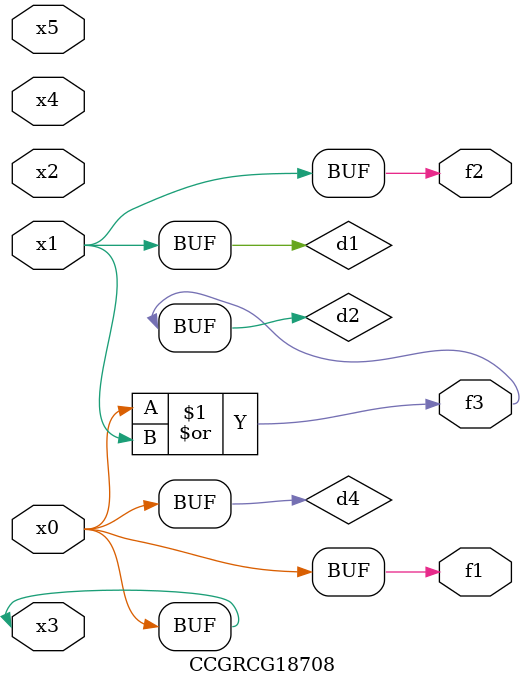
<source format=v>
module CCGRCG18708(
	input x0, x1, x2, x3, x4, x5,
	output f1, f2, f3
);

	wire d1, d2, d3, d4;

	and (d1, x1);
	or (d2, x0, x1);
	nand (d3, x0, x5);
	buf (d4, x0, x3);
	assign f1 = d4;
	assign f2 = d1;
	assign f3 = d2;
endmodule

</source>
